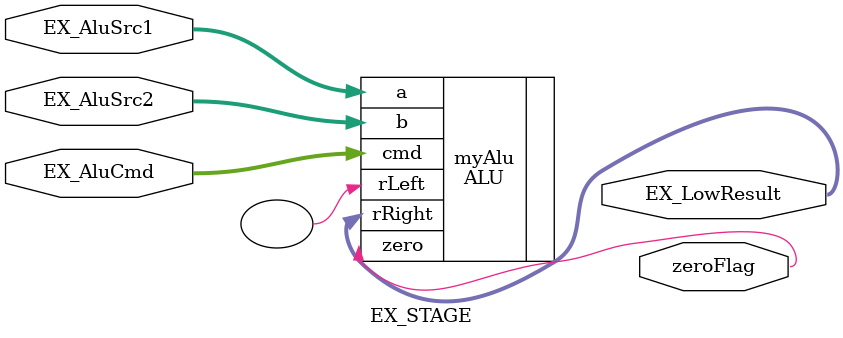
<source format=v>
module EX_STAGE(
  input [3:0]       EX_AluCmd,
  input [15:0]      EX_AluSrc1,
  input [15:0]      EX_AluSrc2,
  output            zeroFlag,
  output  [15:0]    EX_LowResult
);

  ALU myAlu(
   .a(EX_AluSrc1),
   .b(EX_AluSrc2),
   .cmd(EX_AluCmd),
   .rLeft(),
   .rRight(EX_LowResult),
   .zero(zeroFlag)
  );

endmodule                
</source>
